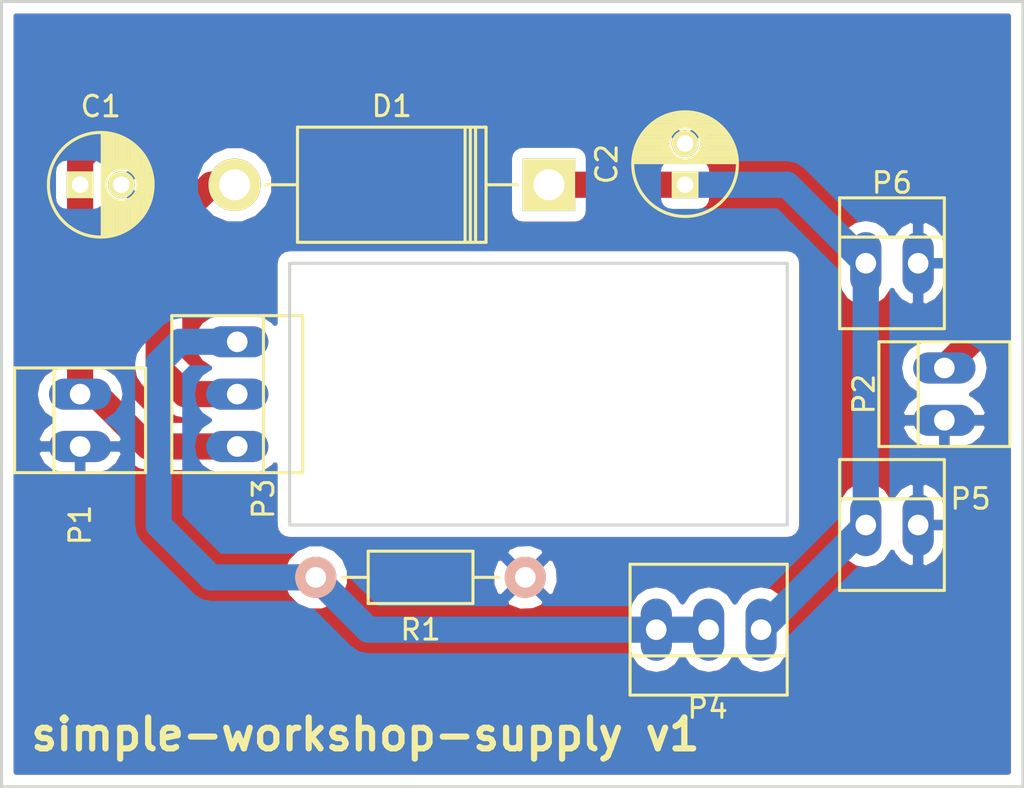
<source format=kicad_pcb>
(kicad_pcb (version 4) (host pcbnew "(2015-09-05 BZR 6156)-product")

  (general
    (links 17)
    (no_connects 0)
    (area 109.144999 86.284999 158.825001 124.535001)
    (thickness 1.6)
    (drawings 9)
    (tracks 31)
    (zones 0)
    (modules 10)
    (nets 6)
  )

  (page A4)
  (layers
    (0 F.Cu signal)
    (31 B.Cu signal)
    (32 B.Adhes user)
    (33 F.Adhes user)
    (34 B.Paste user)
    (35 F.Paste user)
    (36 B.SilkS user)
    (37 F.SilkS user)
    (38 B.Mask user)
    (39 F.Mask user)
    (40 Dwgs.User user)
    (41 Cmts.User user)
    (42 Eco1.User user)
    (43 Eco2.User user)
    (44 Edge.Cuts user)
    (45 Margin user)
    (46 B.CrtYd user)
    (47 F.CrtYd user)
    (48 B.Fab user)
    (49 F.Fab user)
  )

  (setup
    (last_trace_width 0.25)
    (user_trace_width 1.27)
    (user_trace_width 2.54)
    (trace_clearance 0.2)
    (zone_clearance 0.508)
    (zone_45_only no)
    (trace_min 0.2)
    (segment_width 0.2)
    (edge_width 0.15)
    (via_size 0.6)
    (via_drill 0.4)
    (via_min_size 0.4)
    (via_min_drill 0.3)
    (uvia_size 0.3)
    (uvia_drill 0.1)
    (uvias_allowed no)
    (uvia_min_size 0.2)
    (uvia_min_drill 0.1)
    (pcb_text_width 0.3)
    (pcb_text_size 1.5 1.5)
    (mod_edge_width 0.15)
    (mod_text_size 1 1)
    (mod_text_width 0.15)
    (pad_size 1.524 1.524)
    (pad_drill 0.762)
    (pad_to_mask_clearance 0.2)
    (aux_axis_origin 0 0)
    (grid_origin 135.89 105.41)
    (visible_elements FFFFFF7F)
    (pcbplotparams
      (layerselection 0x01030_80000001)
      (usegerberextensions false)
      (excludeedgelayer true)
      (linewidth 0.100000)
      (plotframeref false)
      (viasonmask false)
      (mode 1)
      (useauxorigin false)
      (hpglpennumber 1)
      (hpglpenspeed 20)
      (hpglpendiameter 15)
      (hpglpenoverlay 2)
      (psnegative false)
      (psa4output false)
      (plotreference true)
      (plotvalue true)
      (plotinvisibletext false)
      (padsonsilk false)
      (subtractmaskfromsilk false)
      (outputformat 1)
      (mirror false)
      (drillshape 0)
      (scaleselection 1)
      (outputdirectory /home/james/Github/simple-workshop-supply/))
  )

  (net 0 "")
  (net 1 "Net-(C1-Pad1)")
  (net 2 GND)
  (net 3 "Net-(C2-Pad1)")
  (net 4 "Net-(D1-Pad2)")
  (net 5 "Net-(P3-Pad1)")

  (net_class Default "This is the default net class."
    (clearance 0.2)
    (trace_width 0.25)
    (via_dia 0.6)
    (via_drill 0.4)
    (uvia_dia 0.3)
    (uvia_drill 0.1)
    (add_net GND)
    (add_net "Net-(C1-Pad1)")
    (add_net "Net-(C2-Pad1)")
    (add_net "Net-(D1-Pad2)")
    (add_net "Net-(P3-Pad1)")
  )

  (module Capacitors_ThroughHole:C_Radial_D5_L11_P2 (layer F.Cu) (tedit 0) (tstamp 55EB2DDE)
    (at 113.03 95.25)
    (descr "Radial Electrolytic Capacitor 5mm x Length 11mm, Pitch 2mm")
    (tags "Electrolytic Capacitor")
    (path /55EB23BA)
    (fp_text reference C1 (at 1 -3.8) (layer F.SilkS)
      (effects (font (size 1 1) (thickness 0.15)))
    )
    (fp_text value CP (at 1 3.8) (layer F.Fab)
      (effects (font (size 1 1) (thickness 0.15)))
    )
    (fp_line (start 1.075 -2.499) (end 1.075 2.499) (layer F.SilkS) (width 0.15))
    (fp_line (start 1.215 -2.491) (end 1.215 -0.154) (layer F.SilkS) (width 0.15))
    (fp_line (start 1.215 0.154) (end 1.215 2.491) (layer F.SilkS) (width 0.15))
    (fp_line (start 1.355 -2.475) (end 1.355 -0.473) (layer F.SilkS) (width 0.15))
    (fp_line (start 1.355 0.473) (end 1.355 2.475) (layer F.SilkS) (width 0.15))
    (fp_line (start 1.495 -2.451) (end 1.495 -0.62) (layer F.SilkS) (width 0.15))
    (fp_line (start 1.495 0.62) (end 1.495 2.451) (layer F.SilkS) (width 0.15))
    (fp_line (start 1.635 -2.418) (end 1.635 -0.712) (layer F.SilkS) (width 0.15))
    (fp_line (start 1.635 0.712) (end 1.635 2.418) (layer F.SilkS) (width 0.15))
    (fp_line (start 1.775 -2.377) (end 1.775 -0.768) (layer F.SilkS) (width 0.15))
    (fp_line (start 1.775 0.768) (end 1.775 2.377) (layer F.SilkS) (width 0.15))
    (fp_line (start 1.915 -2.327) (end 1.915 -0.795) (layer F.SilkS) (width 0.15))
    (fp_line (start 1.915 0.795) (end 1.915 2.327) (layer F.SilkS) (width 0.15))
    (fp_line (start 2.055 -2.266) (end 2.055 -0.798) (layer F.SilkS) (width 0.15))
    (fp_line (start 2.055 0.798) (end 2.055 2.266) (layer F.SilkS) (width 0.15))
    (fp_line (start 2.195 -2.196) (end 2.195 -0.776) (layer F.SilkS) (width 0.15))
    (fp_line (start 2.195 0.776) (end 2.195 2.196) (layer F.SilkS) (width 0.15))
    (fp_line (start 2.335 -2.114) (end 2.335 -0.726) (layer F.SilkS) (width 0.15))
    (fp_line (start 2.335 0.726) (end 2.335 2.114) (layer F.SilkS) (width 0.15))
    (fp_line (start 2.475 -2.019) (end 2.475 -0.644) (layer F.SilkS) (width 0.15))
    (fp_line (start 2.475 0.644) (end 2.475 2.019) (layer F.SilkS) (width 0.15))
    (fp_line (start 2.615 -1.908) (end 2.615 -0.512) (layer F.SilkS) (width 0.15))
    (fp_line (start 2.615 0.512) (end 2.615 1.908) (layer F.SilkS) (width 0.15))
    (fp_line (start 2.755 -1.78) (end 2.755 -0.265) (layer F.SilkS) (width 0.15))
    (fp_line (start 2.755 0.265) (end 2.755 1.78) (layer F.SilkS) (width 0.15))
    (fp_line (start 2.895 -1.631) (end 2.895 1.631) (layer F.SilkS) (width 0.15))
    (fp_line (start 3.035 -1.452) (end 3.035 1.452) (layer F.SilkS) (width 0.15))
    (fp_line (start 3.175 -1.233) (end 3.175 1.233) (layer F.SilkS) (width 0.15))
    (fp_line (start 3.315 -0.944) (end 3.315 0.944) (layer F.SilkS) (width 0.15))
    (fp_line (start 3.455 -0.472) (end 3.455 0.472) (layer F.SilkS) (width 0.15))
    (fp_circle (center 2 0) (end 2 -0.8) (layer F.SilkS) (width 0.15))
    (fp_circle (center 1 0) (end 1 -2.5375) (layer F.SilkS) (width 0.15))
    (fp_circle (center 1 0) (end 1 -2.8) (layer F.CrtYd) (width 0.05))
    (pad 1 thru_hole rect (at 0 0) (size 1.3 1.3) (drill 0.8) (layers *.Cu *.Mask F.SilkS)
      (net 1 "Net-(C1-Pad1)"))
    (pad 2 thru_hole circle (at 2 0) (size 1.3 1.3) (drill 0.8) (layers *.Cu *.Mask F.SilkS)
      (net 2 GND))
    (model Capacitors_ThroughHole.3dshapes/C_Radial_D5_L11_P2.wrl
      (at (xyz 0 0 0))
      (scale (xyz 1 1 1))
      (rotate (xyz 0 0 0))
    )
  )

  (module Capacitors_ThroughHole:C_Radial_D5_L11_P2 (layer F.Cu) (tedit 0) (tstamp 55EB2DE4)
    (at 142.367 95.25 90)
    (descr "Radial Electrolytic Capacitor 5mm x Length 11mm, Pitch 2mm")
    (tags "Electrolytic Capacitor")
    (path /55EB2422)
    (fp_text reference C2 (at 1 -3.8 90) (layer F.SilkS)
      (effects (font (size 1 1) (thickness 0.15)))
    )
    (fp_text value CP (at 4.953 0 90) (layer F.Fab)
      (effects (font (size 1 1) (thickness 0.15)))
    )
    (fp_line (start 1.075 -2.499) (end 1.075 2.499) (layer F.SilkS) (width 0.15))
    (fp_line (start 1.215 -2.491) (end 1.215 -0.154) (layer F.SilkS) (width 0.15))
    (fp_line (start 1.215 0.154) (end 1.215 2.491) (layer F.SilkS) (width 0.15))
    (fp_line (start 1.355 -2.475) (end 1.355 -0.473) (layer F.SilkS) (width 0.15))
    (fp_line (start 1.355 0.473) (end 1.355 2.475) (layer F.SilkS) (width 0.15))
    (fp_line (start 1.495 -2.451) (end 1.495 -0.62) (layer F.SilkS) (width 0.15))
    (fp_line (start 1.495 0.62) (end 1.495 2.451) (layer F.SilkS) (width 0.15))
    (fp_line (start 1.635 -2.418) (end 1.635 -0.712) (layer F.SilkS) (width 0.15))
    (fp_line (start 1.635 0.712) (end 1.635 2.418) (layer F.SilkS) (width 0.15))
    (fp_line (start 1.775 -2.377) (end 1.775 -0.768) (layer F.SilkS) (width 0.15))
    (fp_line (start 1.775 0.768) (end 1.775 2.377) (layer F.SilkS) (width 0.15))
    (fp_line (start 1.915 -2.327) (end 1.915 -0.795) (layer F.SilkS) (width 0.15))
    (fp_line (start 1.915 0.795) (end 1.915 2.327) (layer F.SilkS) (width 0.15))
    (fp_line (start 2.055 -2.266) (end 2.055 -0.798) (layer F.SilkS) (width 0.15))
    (fp_line (start 2.055 0.798) (end 2.055 2.266) (layer F.SilkS) (width 0.15))
    (fp_line (start 2.195 -2.196) (end 2.195 -0.776) (layer F.SilkS) (width 0.15))
    (fp_line (start 2.195 0.776) (end 2.195 2.196) (layer F.SilkS) (width 0.15))
    (fp_line (start 2.335 -2.114) (end 2.335 -0.726) (layer F.SilkS) (width 0.15))
    (fp_line (start 2.335 0.726) (end 2.335 2.114) (layer F.SilkS) (width 0.15))
    (fp_line (start 2.475 -2.019) (end 2.475 -0.644) (layer F.SilkS) (width 0.15))
    (fp_line (start 2.475 0.644) (end 2.475 2.019) (layer F.SilkS) (width 0.15))
    (fp_line (start 2.615 -1.908) (end 2.615 -0.512) (layer F.SilkS) (width 0.15))
    (fp_line (start 2.615 0.512) (end 2.615 1.908) (layer F.SilkS) (width 0.15))
    (fp_line (start 2.755 -1.78) (end 2.755 -0.265) (layer F.SilkS) (width 0.15))
    (fp_line (start 2.755 0.265) (end 2.755 1.78) (layer F.SilkS) (width 0.15))
    (fp_line (start 2.895 -1.631) (end 2.895 1.631) (layer F.SilkS) (width 0.15))
    (fp_line (start 3.035 -1.452) (end 3.035 1.452) (layer F.SilkS) (width 0.15))
    (fp_line (start 3.175 -1.233) (end 3.175 1.233) (layer F.SilkS) (width 0.15))
    (fp_line (start 3.315 -0.944) (end 3.315 0.944) (layer F.SilkS) (width 0.15))
    (fp_line (start 3.455 -0.472) (end 3.455 0.472) (layer F.SilkS) (width 0.15))
    (fp_circle (center 2 0) (end 2 -0.8) (layer F.SilkS) (width 0.15))
    (fp_circle (center 1 0) (end 1 -2.5375) (layer F.SilkS) (width 0.15))
    (fp_circle (center 1 0) (end 1 -2.8) (layer F.CrtYd) (width 0.05))
    (pad 1 thru_hole rect (at 0 0 90) (size 1.3 1.3) (drill 0.8) (layers *.Cu *.Mask F.SilkS)
      (net 3 "Net-(C2-Pad1)"))
    (pad 2 thru_hole circle (at 2 0 90) (size 1.3 1.3) (drill 0.8) (layers *.Cu *.Mask F.SilkS)
      (net 2 GND))
    (model Capacitors_ThroughHole.3dshapes/C_Radial_D5_L11_P2.wrl
      (at (xyz 0 0 0))
      (scale (xyz 1 1 1))
      (rotate (xyz 0 0 0))
    )
  )

  (module Diodes_ThroughHole:Diode_DO-201AD_Horizontal_RM15 (layer F.Cu) (tedit 56059DB5) (tstamp 55EB2DEA)
    (at 135.76422 95.24704 180)
    (descr "Diode DO-201AD Horizontal")
    (tags "Diode DO-201AD Horizontal SB320 SB340 SB360")
    (path /55EB24B4)
    (fp_text reference D1 (at 7.62 3.81 180) (layer F.SilkS)
      (effects (font (size 1 1) (thickness 0.15)))
    )
    (fp_text value D_Schottky (at 7.49422 -0.00296 180) (layer F.Fab)
      (effects (font (size 1 1) (thickness 0.15)))
    )
    (fp_line (start 12.19322 -0.00296) (end 13.71722 -0.00296) (layer F.SilkS) (width 0.15))
    (fp_line (start 3.04922 -0.00296) (end 1.52522 -0.00296) (layer F.SilkS) (width 0.15))
    (fp_line (start 4.06522 -2.79696) (end 4.06522 2.79104) (layer F.SilkS) (width 0.15))
    (fp_line (start 3.81122 -2.79696) (end 3.81122 2.79104) (layer F.SilkS) (width 0.15))
    (fp_line (start 3.55722 -2.79696) (end 3.55722 2.79104) (layer F.SilkS) (width 0.15))
    (fp_line (start 3.04922 2.79104) (end 3.04922 -2.79696) (layer F.SilkS) (width 0.15))
    (fp_line (start 3.04922 -2.79696) (end 12.19322 -2.79696) (layer F.SilkS) (width 0.15))
    (fp_line (start 12.19322 -2.79696) (end 12.19322 2.79104) (layer F.SilkS) (width 0.15))
    (fp_line (start 12.19322 2.79104) (end 3.04922 2.79104) (layer F.SilkS) (width 0.15))
    (pad 2 thru_hole circle (at 15.24122 -0.00296) (size 2.54 2.54) (drill 1.50114) (layers *.Cu *.Mask F.SilkS)
      (net 4 "Net-(D1-Pad2)"))
    (pad 1 thru_hole rect (at 0.00122 -0.00296) (size 2.54 2.54) (drill 1.50114) (layers *.Cu *.Mask F.SilkS)
      (net 3 "Net-(C2-Pad1)"))
  )

  (module Connect:PINHEAD1-2 (layer F.Cu) (tedit 55EB36ED) (tstamp 55EB2DF0)
    (at 113.03 106.68 90)
    (path /55EB20B6)
    (attr virtual)
    (fp_text reference P1 (at -5.08 0 90) (layer F.SilkS)
      (effects (font (size 1 1) (thickness 0.15)))
    )
    (fp_text value IN (at 3.81 0 180) (layer F.Fab)
      (effects (font (size 1 1) (thickness 0.15)))
    )
    (fp_line (start 2.54 -1.27) (end -2.54 -1.27) (layer F.SilkS) (width 0.15))
    (fp_line (start 2.54 3.175) (end -2.54 3.175) (layer F.SilkS) (width 0.15))
    (fp_line (start -2.54 -3.175) (end 2.54 -3.175) (layer F.SilkS) (width 0.15))
    (fp_line (start -2.54 -3.175) (end -2.54 3.175) (layer F.SilkS) (width 0.15))
    (fp_line (start 2.54 -3.175) (end 2.54 3.175) (layer F.SilkS) (width 0.15))
    (pad 1 thru_hole oval (at -1.27 0 90) (size 1.50622 3.01498) (drill 0.99822) (layers *.Cu *.Mask)
      (net 2 GND))
    (pad 2 thru_hole oval (at 1.27 0 90) (size 1.50622 3.01498) (drill 0.99822) (layers *.Cu *.Mask)
      (net 1 "Net-(C1-Pad1)"))
  )

  (module Connect:PINHEAD1-2 (layer F.Cu) (tedit 55EB3705) (tstamp 55EB2DF6)
    (at 154.94 105.41 90)
    (path /55EB21B6)
    (attr virtual)
    (fp_text reference P2 (at 0 -3.9 90) (layer F.SilkS)
      (effects (font (size 1 1) (thickness 0.15)))
    )
    (fp_text value OUT (at 3.81 0 180) (layer F.Fab)
      (effects (font (size 1 1) (thickness 0.15)))
    )
    (fp_line (start 2.54 -1.27) (end -2.54 -1.27) (layer F.SilkS) (width 0.15))
    (fp_line (start 2.54 3.175) (end -2.54 3.175) (layer F.SilkS) (width 0.15))
    (fp_line (start -2.54 -3.175) (end 2.54 -3.175) (layer F.SilkS) (width 0.15))
    (fp_line (start -2.54 -3.175) (end -2.54 3.175) (layer F.SilkS) (width 0.15))
    (fp_line (start 2.54 -3.175) (end 2.54 3.175) (layer F.SilkS) (width 0.15))
    (pad 1 thru_hole oval (at -1.27 0 90) (size 1.50622 3.01498) (drill 0.99822) (layers *.Cu *.Mask)
      (net 2 GND))
    (pad 2 thru_hole oval (at 1.27 0 90) (size 1.50622 3.01498) (drill 0.99822) (layers *.Cu *.Mask)
      (net 1 "Net-(C1-Pad1)"))
  )

  (module Connect:PINHEAD1-3 (layer F.Cu) (tedit 56144142) (tstamp 55EB2DFD)
    (at 120.65 105.41 270)
    (path /55EB2284)
    (attr virtual)
    (fp_text reference P3 (at 5.08 -1.27 270) (layer F.SilkS)
      (effects (font (size 1 1) (thickness 0.15)))
    )
    (fp_text value REG (at 5.08 0 360) (layer F.Fab)
      (effects (font (size 1 1) (thickness 0.15)))
    )
    (fp_line (start -3.81 -3.175) (end -3.81 3.175) (layer F.SilkS) (width 0.15))
    (fp_line (start 3.81 -3.175) (end 3.81 3.175) (layer F.SilkS) (width 0.15))
    (fp_line (start 3.81 -1.27) (end -3.81 -1.27) (layer F.SilkS) (width 0.15))
    (fp_line (start -3.81 -3.175) (end 3.81 -3.175) (layer F.SilkS) (width 0.15))
    (fp_line (start 3.81 3.175) (end -3.81 3.175) (layer F.SilkS) (width 0.15))
    (pad 1 thru_hole oval (at -2.54 0 270) (size 1.50622 3.01498) (drill 0.99822) (layers *.Cu *.Mask)
      (net 5 "Net-(P3-Pad1)"))
    (pad 2 thru_hole oval (at 0 0 270) (size 1.50622 3.01498) (drill 0.99822) (layers *.Cu *.Mask)
      (net 4 "Net-(D1-Pad2)"))
    (pad 3 thru_hole oval (at 2.54 0 270) (size 1.50622 3.01498) (drill 0.99822) (layers *.Cu *.Mask)
      (net 1 "Net-(C1-Pad1)"))
  )

  (module Connect:PINHEAD1-3 (layer F.Cu) (tedit 0) (tstamp 55EB2E04)
    (at 143.51 116.84 180)
    (path /55EB237D)
    (attr virtual)
    (fp_text reference P4 (at 0.05 -3.8 180) (layer F.SilkS)
      (effects (font (size 1 1) (thickness 0.15)))
    )
    (fp_text value VR (at 0 3.81 180) (layer F.Fab)
      (effects (font (size 1 1) (thickness 0.15)))
    )
    (fp_line (start -3.81 -3.175) (end -3.81 3.175) (layer F.SilkS) (width 0.15))
    (fp_line (start 3.81 -3.175) (end 3.81 3.175) (layer F.SilkS) (width 0.15))
    (fp_line (start 3.81 -1.27) (end -3.81 -1.27) (layer F.SilkS) (width 0.15))
    (fp_line (start -3.81 -3.175) (end 3.81 -3.175) (layer F.SilkS) (width 0.15))
    (fp_line (start 3.81 3.175) (end -3.81 3.175) (layer F.SilkS) (width 0.15))
    (pad 1 thru_hole oval (at -2.54 0 180) (size 1.50622 3.01498) (drill 0.99822) (layers *.Cu *.Mask)
      (net 3 "Net-(C2-Pad1)"))
    (pad 2 thru_hole oval (at 0 0 180) (size 1.50622 3.01498) (drill 0.99822) (layers *.Cu *.Mask)
      (net 5 "Net-(P3-Pad1)"))
    (pad 3 thru_hole oval (at 2.54 0 180) (size 1.50622 3.01498) (drill 0.99822) (layers *.Cu *.Mask)
      (net 5 "Net-(P3-Pad1)"))
  )

  (module Connect:PINHEAD1-2 (layer F.Cu) (tedit 561443B6) (tstamp 55EB2E0A)
    (at 152.4 111.76)
    (path /55EB20FD)
    (attr virtual)
    (fp_text reference P5 (at 3.81 -1.27) (layer F.SilkS)
      (effects (font (size 1 1) (thickness 0.15)))
    )
    (fp_text value DISP (at -3.81 0 90) (layer F.Fab)
      (effects (font (size 1 1) (thickness 0.15)))
    )
    (fp_line (start 2.54 -1.27) (end -2.54 -1.27) (layer F.SilkS) (width 0.15))
    (fp_line (start 2.54 3.175) (end -2.54 3.175) (layer F.SilkS) (width 0.15))
    (fp_line (start -2.54 -3.175) (end 2.54 -3.175) (layer F.SilkS) (width 0.15))
    (fp_line (start -2.54 -3.175) (end -2.54 3.175) (layer F.SilkS) (width 0.15))
    (fp_line (start 2.54 -3.175) (end 2.54 3.175) (layer F.SilkS) (width 0.15))
    (pad 1 thru_hole oval (at -1.27 0) (size 1.50622 3.01498) (drill 0.99822) (layers *.Cu *.Mask)
      (net 3 "Net-(C2-Pad1)"))
    (pad 2 thru_hole oval (at 1.27 0) (size 1.50622 3.01498) (drill 0.99822) (layers *.Cu *.Mask)
      (net 2 GND))
  )

  (module Connect:PINHEAD1-2 (layer F.Cu) (tedit 55EB3716) (tstamp 55EB2E10)
    (at 152.4 99.06)
    (path /55EB2205)
    (attr virtual)
    (fp_text reference P6 (at 0 -3.9) (layer F.SilkS)
      (effects (font (size 1 1) (thickness 0.15)))
    )
    (fp_text value VAR (at -3.81 0 90) (layer F.Fab)
      (effects (font (size 1 1) (thickness 0.15)))
    )
    (fp_line (start 2.54 -1.27) (end -2.54 -1.27) (layer F.SilkS) (width 0.15))
    (fp_line (start 2.54 3.175) (end -2.54 3.175) (layer F.SilkS) (width 0.15))
    (fp_line (start -2.54 -3.175) (end 2.54 -3.175) (layer F.SilkS) (width 0.15))
    (fp_line (start -2.54 -3.175) (end -2.54 3.175) (layer F.SilkS) (width 0.15))
    (fp_line (start 2.54 -3.175) (end 2.54 3.175) (layer F.SilkS) (width 0.15))
    (pad 1 thru_hole oval (at -1.27 0) (size 1.50622 3.01498) (drill 0.99822) (layers *.Cu *.Mask)
      (net 3 "Net-(C2-Pad1)"))
    (pad 2 thru_hole oval (at 1.27 0) (size 1.50622 3.01498) (drill 0.99822) (layers *.Cu *.Mask)
      (net 2 GND))
  )

  (module Resistors_ThroughHole:Resistor_Horizontal_RM10mm (layer F.Cu) (tedit 56144123) (tstamp 55EB2E16)
    (at 129.54 114.3)
    (descr "Resistor, Axial,  RM 10mm, 1/3W,")
    (tags "Resistor, Axial, RM 10mm, 1/3W,")
    (path /55EB24DF)
    (fp_text reference R1 (at 0 2.54) (layer F.SilkS)
      (effects (font (size 1 1) (thickness 0.15)))
    )
    (fp_text value R (at 0 5.08) (layer F.Fab)
      (effects (font (size 1 1) (thickness 0.15)))
    )
    (fp_line (start -2.54 -1.27) (end 2.54 -1.27) (layer F.SilkS) (width 0.15))
    (fp_line (start 2.54 -1.27) (end 2.54 1.27) (layer F.SilkS) (width 0.15))
    (fp_line (start 2.54 1.27) (end -2.54 1.27) (layer F.SilkS) (width 0.15))
    (fp_line (start -2.54 1.27) (end -2.54 -1.27) (layer F.SilkS) (width 0.15))
    (fp_line (start -2.54 0) (end -3.81 0) (layer F.SilkS) (width 0.15))
    (fp_line (start 2.54 0) (end 3.81 0) (layer F.SilkS) (width 0.15))
    (pad 1 thru_hole circle (at -5.08 0) (size 1.99898 1.99898) (drill 1.00076) (layers *.Cu *.SilkS *.Mask)
      (net 5 "Net-(P3-Pad1)"))
    (pad 2 thru_hole circle (at 5.08 0) (size 1.99898 1.99898) (drill 1.00076) (layers *.Cu *.SilkS *.Mask)
      (net 2 GND))
    (model Resistors_ThroughHole.3dshapes/Resistor_Horizontal_RM10mm.wrl
      (at (xyz 0 0 0))
      (scale (xyz 0.4 0.4 0.4))
      (rotate (xyz 0 0 0))
    )
  )

  (gr_line (start 109.22 86.36) (end 158.75 86.36) (angle 90) (layer Edge.Cuts) (width 0.15))
  (gr_line (start 158.75 124.46) (end 158.75 86.36) (angle 90) (layer Edge.Cuts) (width 0.15))
  (gr_text "simple-workshop-supply v1" (at 110.49 121.92) (layer F.SilkS)
    (effects (font (size 1.5 1.5) (thickness 0.3)) (justify left))
  )
  (gr_line (start 147.32 99.06) (end 123.19 99.06) (layer Edge.Cuts) (width 0.15))
  (gr_line (start 147.32 111.76) (end 147.32 99.06) (layer Edge.Cuts) (width 0.15))
  (gr_line (start 123.19 111.76) (end 147.32 111.76) (layer Edge.Cuts) (width 0.15))
  (gr_line (start 123.19 99.06) (end 123.19 111.633) (layer Edge.Cuts) (width 0.15))
  (gr_line (start 109.22 124.46) (end 158.75 124.46) (angle 90) (layer Edge.Cuts) (width 0.15))
  (gr_line (start 109.22 86.36) (end 109.22 124.46) (angle 90) (layer Edge.Cuts) (width 0.15))

  (segment (start 154.94 104.14) (end 156.21 102.87) (width 1.27) (layer F.Cu) (net 1) (status 10))
  (segment (start 156.21 102.87) (end 156.21 93.98) (width 1.27) (layer F.Cu) (net 1) (tstamp 561443E5) (status 10))
  (segment (start 113.03 93.98) (end 113.03 95.25) (width 1.27) (layer F.Cu) (net 1))
  (segment (start 116.205 90.805) (end 113.03 93.98) (width 1.27) (layer F.Cu) (net 1))
  (segment (start 153.035 90.805) (end 116.205 90.805) (width 1.27) (layer F.Cu) (net 1))
  (segment (start 156.21 93.98) (end 153.035 90.805) (width 1.27) (layer F.Cu) (net 1))
  (segment (start 120.65 107.95) (end 116.32438 107.95) (width 1.27) (layer F.Cu) (net 1))
  (segment (start 116.32438 107.95) (end 113.78438 105.41) (width 1.27) (layer F.Cu) (net 1))
  (segment (start 113.78438 105.41) (end 113.03 105.41) (width 1.27) (layer F.Cu) (net 1))
  (segment (start 113.03 104.14) (end 113.03 105.41) (width 1.27) (layer F.Cu) (net 1))
  (segment (start 113.03 104.14) (end 113.03 95.25) (width 1.27) (layer F.Cu) (net 1) (status 30))
  (segment (start 142.367 95.25) (end 147.32 95.25) (width 1.27) (layer B.Cu) (net 3))
  (segment (start 147.32 95.25) (end 151.13 99.06) (width 1.27) (layer B.Cu) (net 3) (tstamp 5606D861))
  (segment (start 151.13 111.76) (end 151.13 99.06) (width 1.27) (layer B.Cu) (net 3))
  (segment (start 146.05 116.84) (end 151.13 111.76) (width 1.27) (layer B.Cu) (net 3))
  (segment (start 135.763 95.25) (end 142.367 95.25) (width 1.27) (layer F.Cu) (net 3))
  (segment (start 116.84 104.14) (end 116.84 97.79) (width 1.27) (layer F.Cu) (net 4))
  (segment (start 118.11 105.41) (end 116.84 104.14) (width 1.27) (layer F.Cu) (net 4) (tstamp 56059F1E))
  (segment (start 120.65 105.41) (end 118.11 105.41) (width 1.27) (layer F.Cu) (net 4))
  (segment (start 116.84 97.79) (end 119.38 95.25) (width 1.27) (layer F.Cu) (net 4) (tstamp 56059F21))
  (segment (start 120.523 95.25) (end 119.38 95.25) (width 1.27) (layer F.Cu) (net 4))
  (segment (start 124.46 114.3) (end 127 116.84) (width 1.27) (layer B.Cu) (net 5))
  (segment (start 127 116.84) (end 140.97 116.84) (width 1.27) (layer B.Cu) (net 5) (tstamp 5606D829))
  (segment (start 143.51 116.84) (end 140.97 116.84) (width 1.27) (layer B.Cu) (net 5))
  (segment (start 120.65 102.87) (end 117.87251 102.87) (width 1.27) (layer B.Cu) (net 5))
  (segment (start 117.87251 102.87) (end 116.84 103.90251) (width 1.27) (layer B.Cu) (net 5))
  (segment (start 116.84 103.90251) (end 116.84 111.76) (width 1.27) (layer B.Cu) (net 5))
  (segment (start 119.38 114.3) (end 124.46 114.3) (width 1.27) (layer B.Cu) (net 5))
  (segment (start 116.84 111.76) (end 119.38 114.3) (width 1.27) (layer B.Cu) (net 5))
  (segment (start 120.65 102.87) (end 119.89562 102.87) (width 1.27) (layer B.Cu) (net 5))
  (segment (start 120.64878 102.86878) (end 120.65 102.87) (width 1.27) (layer F.Cu) (net 5) (tstamp 55EB3795) (status 30))

  (zone (net 2) (net_name GND) (layer F.Cu) (tstamp 55EB325E) (hatch edge 0.508)
    (connect_pads (clearance 0.508))
    (min_thickness 0.254)
    (fill yes (arc_segments 16) (thermal_gap 0.508) (thermal_bridge_width 0.508))
    (polygon
      (pts
        (xy 158.75 124.46) (xy 109.22 124.46) (xy 109.22 86.36) (xy 158.75 86.36) (xy 158.75 124.46)
      )
    )
    (filled_polygon
      (pts
        (xy 158.04 123.75) (xy 109.93 123.75) (xy 109.93 116.043646) (xy 139.58189 116.043646) (xy 139.58189 117.636354)
        (xy 139.687554 118.167561) (xy 139.988458 118.617896) (xy 140.438793 118.9188) (xy 140.97 119.024464) (xy 141.501207 118.9188)
        (xy 141.951542 118.617896) (xy 142.24 118.186188) (xy 142.528458 118.617896) (xy 142.978793 118.9188) (xy 143.51 119.024464)
        (xy 144.041207 118.9188) (xy 144.491542 118.617896) (xy 144.78 118.186188) (xy 145.068458 118.617896) (xy 145.518793 118.9188)
        (xy 146.05 119.024464) (xy 146.581207 118.9188) (xy 147.031542 118.617896) (xy 147.332446 118.167561) (xy 147.43811 117.636354)
        (xy 147.43811 116.043646) (xy 147.332446 115.512439) (xy 147.031542 115.062104) (xy 146.581207 114.7612) (xy 146.05 114.655536)
        (xy 145.518793 114.7612) (xy 145.068458 115.062104) (xy 144.78 115.493812) (xy 144.491542 115.062104) (xy 144.041207 114.7612)
        (xy 143.51 114.655536) (xy 142.978793 114.7612) (xy 142.528458 115.062104) (xy 142.24 115.493812) (xy 141.951542 115.062104)
        (xy 141.501207 114.7612) (xy 140.97 114.655536) (xy 140.438793 114.7612) (xy 139.988458 115.062104) (xy 139.687554 115.512439)
        (xy 139.58189 116.043646) (xy 109.93 116.043646) (xy 109.93 114.623694) (xy 122.825226 114.623694) (xy 123.073538 115.224655)
        (xy 123.532927 115.684846) (xy 124.133453 115.934206) (xy 124.783694 115.934774) (xy 125.384655 115.686462) (xy 125.619363 115.452163)
        (xy 133.647443 115.452163) (xy 133.746042 115.718965) (xy 134.355582 115.945401) (xy 135.005377 115.921341) (xy 135.493958 115.718965)
        (xy 135.592557 115.452163) (xy 134.62 114.479605) (xy 133.647443 115.452163) (xy 125.619363 115.452163) (xy 125.844846 115.227073)
        (xy 126.094206 114.626547) (xy 126.094722 114.035582) (xy 132.974599 114.035582) (xy 132.998659 114.685377) (xy 133.201035 115.173958)
        (xy 133.467837 115.272557) (xy 134.440395 114.3) (xy 134.799605 114.3) (xy 135.772163 115.272557) (xy 136.038965 115.173958)
        (xy 136.265401 114.564418) (xy 136.241341 113.914623) (xy 136.038965 113.426042) (xy 135.772163 113.327443) (xy 134.799605 114.3)
        (xy 134.440395 114.3) (xy 133.467837 113.327443) (xy 133.201035 113.426042) (xy 132.974599 114.035582) (xy 126.094722 114.035582)
        (xy 126.094774 113.976306) (xy 125.846462 113.375345) (xy 125.619351 113.147837) (xy 133.647443 113.147837) (xy 134.62 114.120395)
        (xy 135.592557 113.147837) (xy 135.493958 112.881035) (xy 134.884418 112.654599) (xy 134.234623 112.678659) (xy 133.746042 112.881035)
        (xy 133.647443 113.147837) (xy 125.619351 113.147837) (xy 125.387073 112.915154) (xy 124.786547 112.665794) (xy 124.136306 112.665226)
        (xy 123.535345 112.913538) (xy 123.075154 113.372927) (xy 122.825794 113.973453) (xy 122.825226 114.623694) (xy 109.93 114.623694)
        (xy 109.93 108.291674) (xy 110.930217 108.291674) (xy 110.944573 108.363875) (xy 111.204276 108.84174) (xy 111.627081 109.183846)
        (xy 112.14862 109.33811) (xy 112.903 109.33811) (xy 112.903 108.077) (xy 111.052838 108.077) (xy 110.930217 108.291674)
        (xy 109.93 108.291674) (xy 109.93 105.41) (xy 110.845536 105.41) (xy 110.9512 105.941207) (xy 111.252104 106.391542)
        (xy 111.702439 106.692446) (xy 111.705306 106.693016) (xy 111.627081 106.716154) (xy 111.204276 107.05826) (xy 110.944573 107.536125)
        (xy 110.930217 107.608326) (xy 111.052838 107.823) (xy 112.903 107.823) (xy 112.903 107.803) (xy 113.157 107.803)
        (xy 113.157 107.823) (xy 113.177 107.823) (xy 113.177 108.077) (xy 113.157 108.077) (xy 113.157 109.33811)
        (xy 113.91138 109.33811) (xy 114.432919 109.183846) (xy 114.855724 108.84174) (xy 115.054434 108.476105) (xy 115.426352 108.848023)
        (xy 115.426354 108.848026) (xy 115.838372 109.123327) (xy 116.32438 109.22) (xy 119.303812 109.22) (xy 119.322439 109.232446)
        (xy 119.853646 109.33811) (xy 121.446354 109.33811) (xy 121.977561 109.232446) (xy 122.427896 108.931542) (xy 122.48 108.853563)
        (xy 122.48 111.633) (xy 122.492631 111.6965) (xy 122.48 111.76) (xy 122.534046 112.031705) (xy 122.687954 112.262046)
        (xy 122.918295 112.415954) (xy 123.19 112.47) (xy 147.32 112.47) (xy 147.591705 112.415954) (xy 147.822046 112.262046)
        (xy 147.975954 112.031705) (xy 148.03 111.76) (xy 148.03 110.963646) (xy 149.74189 110.963646) (xy 149.74189 112.556354)
        (xy 149.847554 113.087561) (xy 150.148458 113.537896) (xy 150.598793 113.8388) (xy 151.13 113.944464) (xy 151.661207 113.8388)
        (xy 152.111542 113.537896) (xy 152.412446 113.087561) (xy 152.413016 113.084694) (xy 152.436154 113.162919) (xy 152.77826 113.585724)
        (xy 153.256125 113.845427) (xy 153.328326 113.859783) (xy 153.543 113.737162) (xy 153.543 111.887) (xy 153.797 111.887)
        (xy 153.797 113.737162) (xy 154.011674 113.859783) (xy 154.083875 113.845427) (xy 154.56174 113.585724) (xy 154.903846 113.162919)
        (xy 155.05811 112.64138) (xy 155.05811 111.887) (xy 153.797 111.887) (xy 153.543 111.887) (xy 153.523 111.887)
        (xy 153.523 111.633) (xy 153.543 111.633) (xy 153.543 109.782838) (xy 153.797 109.782838) (xy 153.797 111.633)
        (xy 155.05811 111.633) (xy 155.05811 110.87862) (xy 154.903846 110.357081) (xy 154.56174 109.934276) (xy 154.083875 109.674573)
        (xy 154.011674 109.660217) (xy 153.797 109.782838) (xy 153.543 109.782838) (xy 153.328326 109.660217) (xy 153.256125 109.674573)
        (xy 152.77826 109.934276) (xy 152.436154 110.357081) (xy 152.413016 110.435306) (xy 152.412446 110.432439) (xy 152.111542 109.982104)
        (xy 151.661207 109.6812) (xy 151.13 109.575536) (xy 150.598793 109.6812) (xy 150.148458 109.982104) (xy 149.847554 110.432439)
        (xy 149.74189 110.963646) (xy 148.03 110.963646) (xy 148.03 107.021674) (xy 152.840217 107.021674) (xy 152.854573 107.093875)
        (xy 153.114276 107.57174) (xy 153.537081 107.913846) (xy 154.05862 108.06811) (xy 154.813 108.06811) (xy 154.813 106.807)
        (xy 155.067 106.807) (xy 155.067 108.06811) (xy 155.82138 108.06811) (xy 156.342919 107.913846) (xy 156.765724 107.57174)
        (xy 157.025427 107.093875) (xy 157.039783 107.021674) (xy 156.917162 106.807) (xy 155.067 106.807) (xy 154.813 106.807)
        (xy 152.962838 106.807) (xy 152.840217 107.021674) (xy 148.03 107.021674) (xy 148.03 99.06) (xy 147.975954 98.788295)
        (xy 147.822046 98.557954) (xy 147.591705 98.404046) (xy 147.32 98.35) (xy 123.19 98.35) (xy 122.918295 98.404046)
        (xy 122.687954 98.557954) (xy 122.534046 98.788295) (xy 122.48 99.06) (xy 122.48 101.966437) (xy 122.427896 101.888458)
        (xy 121.977561 101.587554) (xy 121.446354 101.48189) (xy 119.853646 101.48189) (xy 119.322439 101.587554) (xy 118.872104 101.888458)
        (xy 118.5712 102.338793) (xy 118.465536 102.87) (xy 118.5712 103.401207) (xy 118.872104 103.851542) (xy 119.303812 104.14)
        (xy 118.636051 104.14) (xy 118.11 103.613948) (xy 118.11 98.316052) (xy 118.162406 98.263646) (xy 149.74189 98.263646)
        (xy 149.74189 99.856354) (xy 149.847554 100.387561) (xy 150.148458 100.837896) (xy 150.598793 101.1388) (xy 151.13 101.244464)
        (xy 151.661207 101.1388) (xy 152.111542 100.837896) (xy 152.412446 100.387561) (xy 152.413016 100.384694) (xy 152.436154 100.462919)
        (xy 152.77826 100.885724) (xy 153.256125 101.145427) (xy 153.328326 101.159783) (xy 153.543 101.037162) (xy 153.543 99.187)
        (xy 153.523 99.187) (xy 153.523 98.933) (xy 153.543 98.933) (xy 153.543 97.082838) (xy 153.328326 96.960217)
        (xy 153.256125 96.974573) (xy 152.77826 97.234276) (xy 152.436154 97.657081) (xy 152.413016 97.735306) (xy 152.412446 97.732439)
        (xy 152.111542 97.282104) (xy 151.661207 96.9812) (xy 151.13 96.875536) (xy 150.598793 96.9812) (xy 150.148458 97.282104)
        (xy 149.847554 97.732439) (xy 149.74189 98.263646) (xy 118.162406 98.263646) (xy 119.526946 96.899106) (xy 120.14241 97.154668)
        (xy 120.900265 97.15533) (xy 121.600686 96.865922) (xy 122.137039 96.330505) (xy 122.427668 95.63059) (xy 122.42833 94.872735)
        (xy 122.138922 94.172314) (xy 121.946944 93.98) (xy 133.84556 93.98) (xy 133.84556 96.52) (xy 133.889838 96.755317)
        (xy 134.02891 96.971441) (xy 134.24111 97.116431) (xy 134.493 97.16744) (xy 137.033 97.16744) (xy 137.268317 97.123162)
        (xy 137.484441 96.98409) (xy 137.629431 96.77189) (xy 137.68044 96.52) (xy 141.581497 96.52) (xy 141.717 96.54744)
        (xy 143.017 96.54744) (xy 143.252317 96.503162) (xy 143.468441 96.36409) (xy 143.613431 96.15189) (xy 143.66444 95.9)
        (xy 143.66444 94.6) (xy 143.620162 94.364683) (xy 143.48109 94.148559) (xy 143.367671 94.071063) (xy 143.266018 93.96941)
        (xy 143.496611 93.913729) (xy 143.664622 93.430922) (xy 143.635083 92.920572) (xy 143.496611 92.586271) (xy 143.266016 92.53059)
        (xy 142.546605 93.25) (xy 142.560748 93.264142) (xy 142.381142 93.443748) (xy 142.367 93.429605) (xy 142.352858 93.443748)
        (xy 142.173252 93.264142) (xy 142.187395 93.25) (xy 141.467984 92.53059) (xy 141.237389 92.586271) (xy 141.069378 93.069078)
        (xy 141.098917 93.579428) (xy 141.237389 93.913729) (xy 141.467982 93.96941) (xy 141.457392 93.98) (xy 137.68044 93.98)
        (xy 137.636162 93.744683) (xy 137.49709 93.528559) (xy 137.28489 93.383569) (xy 137.033 93.33256) (xy 134.493 93.33256)
        (xy 134.257683 93.376838) (xy 134.041559 93.51591) (xy 133.896569 93.72811) (xy 133.84556 93.98) (xy 121.946944 93.98)
        (xy 121.603505 93.635961) (xy 120.90359 93.345332) (xy 120.145735 93.34467) (xy 119.445314 93.634078) (xy 119.028809 94.049856)
        (xy 118.893992 94.076673) (xy 118.481974 94.351974) (xy 118.481972 94.351977) (xy 115.941974 96.891974) (xy 115.666673 97.303992)
        (xy 115.569999 97.79) (xy 115.57 97.790005) (xy 115.57 104.139995) (xy 115.569999 104.14) (xy 115.666673 104.626008)
        (xy 115.941974 105.038026) (xy 117.211972 106.308023) (xy 117.211974 106.308026) (xy 117.578604 106.553) (xy 117.623992 106.583327)
        (xy 118.11 106.68) (xy 116.850431 106.68) (xy 115.123593 104.953161) (xy 115.1088 104.878793) (xy 114.807896 104.428458)
        (xy 114.357561 104.127554) (xy 114.3 104.116104) (xy 114.3 96.159608) (xy 114.31059 96.149018) (xy 114.366271 96.379611)
        (xy 114.849078 96.547622) (xy 115.359428 96.518083) (xy 115.693729 96.379611) (xy 115.74941 96.149016) (xy 115.03 95.429605)
        (xy 115.015858 95.443748) (xy 114.836252 95.264142) (xy 114.850395 95.25) (xy 115.209605 95.25) (xy 115.929016 95.96941)
        (xy 116.159611 95.913729) (xy 116.327622 95.430922) (xy 116.298083 94.920572) (xy 116.159611 94.586271) (xy 115.929016 94.53059)
        (xy 115.209605 95.25) (xy 114.850395 95.25) (xy 114.836252 95.235858) (xy 115.015858 95.056252) (xy 115.03 95.070395)
        (xy 115.74941 94.350984) (xy 115.693729 94.120389) (xy 115.210922 93.952378) (xy 114.831726 93.974326) (xy 116.731052 92.075)
        (xy 141.81285 92.075) (xy 141.703271 92.120389) (xy 141.64759 92.350984) (xy 142.367 93.070395) (xy 143.08641 92.350984)
        (xy 143.030729 92.120389) (xy 142.900296 92.075) (xy 152.508948 92.075) (xy 154.94 94.506052) (xy 154.94 97.779311)
        (xy 154.903846 97.657081) (xy 154.56174 97.234276) (xy 154.083875 96.974573) (xy 154.011674 96.960217) (xy 153.797 97.082838)
        (xy 153.797 98.933) (xy 153.817 98.933) (xy 153.817 99.187) (xy 153.797 99.187) (xy 153.797 101.037162)
        (xy 154.011674 101.159783) (xy 154.083875 101.145427) (xy 154.56174 100.885724) (xy 154.903846 100.462919) (xy 154.94 100.340689)
        (xy 154.94 102.343949) (xy 154.532058 102.75189) (xy 154.143646 102.75189) (xy 153.612439 102.857554) (xy 153.162104 103.158458)
        (xy 152.8612 103.608793) (xy 152.755536 104.14) (xy 152.8612 104.671207) (xy 153.162104 105.121542) (xy 153.612439 105.422446)
        (xy 153.615306 105.423016) (xy 153.537081 105.446154) (xy 153.114276 105.78826) (xy 152.854573 106.266125) (xy 152.840217 106.338326)
        (xy 152.962838 106.553) (xy 154.813 106.553) (xy 154.813 106.533) (xy 155.067 106.533) (xy 155.067 106.553)
        (xy 156.917162 106.553) (xy 157.039783 106.338326) (xy 157.025427 106.266125) (xy 156.765724 105.78826) (xy 156.342919 105.446154)
        (xy 156.264694 105.423016) (xy 156.267561 105.422446) (xy 156.717896 105.121542) (xy 157.0188 104.671207) (xy 157.124464 104.14)
        (xy 157.060022 103.816029) (xy 157.108023 103.768028) (xy 157.108026 103.768026) (xy 157.383327 103.356008) (xy 157.48 102.87)
        (xy 157.48 93.980005) (xy 157.480001 93.98) (xy 157.383327 93.493992) (xy 157.108026 93.081974) (xy 153.933026 89.906974)
        (xy 153.521008 89.631673) (xy 153.035 89.534999) (xy 153.034995 89.535) (xy 116.205005 89.535) (xy 116.205 89.534999)
        (xy 115.718992 89.631673) (xy 115.306974 89.906974) (xy 112.131974 93.081974) (xy 111.856673 93.493992) (xy 111.759999 93.98)
        (xy 111.76 93.980005) (xy 111.76 94.464497) (xy 111.73256 94.6) (xy 111.73256 95.9) (xy 111.76 96.045831)
        (xy 111.76 104.116104) (xy 111.702439 104.127554) (xy 111.252104 104.428458) (xy 110.9512 104.878793) (xy 110.845536 105.41)
        (xy 109.93 105.41) (xy 109.93 87.07) (xy 158.04 87.07)
      )
    )
  )
  (zone (net 2) (net_name GND) (layer B.Cu) (tstamp 55EB3292) (hatch edge 0.508)
    (connect_pads (clearance 0.508))
    (min_thickness 0.254)
    (fill yes (arc_segments 16) (thermal_gap 0.508) (thermal_bridge_width 0.508))
    (polygon
      (pts
        (xy 158.75 124.46) (xy 109.22 124.46) (xy 109.22 86.36) (xy 158.75 86.36) (xy 158.75 124.46)
      )
    )
    (filled_polygon
      (pts
        (xy 158.04 123.75) (xy 109.93 123.75) (xy 109.93 108.291674) (xy 110.930217 108.291674) (xy 110.944573 108.363875)
        (xy 111.204276 108.84174) (xy 111.627081 109.183846) (xy 112.14862 109.33811) (xy 112.903 109.33811) (xy 112.903 108.077)
        (xy 113.157 108.077) (xy 113.157 109.33811) (xy 113.91138 109.33811) (xy 114.432919 109.183846) (xy 114.855724 108.84174)
        (xy 115.115427 108.363875) (xy 115.129783 108.291674) (xy 115.007162 108.077) (xy 113.157 108.077) (xy 112.903 108.077)
        (xy 111.052838 108.077) (xy 110.930217 108.291674) (xy 109.93 108.291674) (xy 109.93 105.41) (xy 110.845536 105.41)
        (xy 110.9512 105.941207) (xy 111.252104 106.391542) (xy 111.702439 106.692446) (xy 111.705306 106.693016) (xy 111.627081 106.716154)
        (xy 111.204276 107.05826) (xy 110.944573 107.536125) (xy 110.930217 107.608326) (xy 111.052838 107.823) (xy 112.903 107.823)
        (xy 112.903 107.803) (xy 113.157 107.803) (xy 113.157 107.823) (xy 115.007162 107.823) (xy 115.129783 107.608326)
        (xy 115.115427 107.536125) (xy 114.855724 107.05826) (xy 114.432919 106.716154) (xy 114.354694 106.693016) (xy 114.357561 106.692446)
        (xy 114.807896 106.391542) (xy 115.1088 105.941207) (xy 115.214464 105.41) (xy 115.1088 104.878793) (xy 114.807896 104.428458)
        (xy 114.357561 104.127554) (xy 113.826354 104.02189) (xy 112.233646 104.02189) (xy 111.702439 104.127554) (xy 111.252104 104.428458)
        (xy 110.9512 104.878793) (xy 110.845536 105.41) (xy 109.93 105.41) (xy 109.93 103.90251) (xy 115.569999 103.90251)
        (xy 115.57 103.902515) (xy 115.57 111.759995) (xy 115.569999 111.76) (xy 115.666673 112.246008) (xy 115.941974 112.658026)
        (xy 118.481972 115.198023) (xy 118.481974 115.198026) (xy 118.893992 115.473327) (xy 119.38 115.57) (xy 123.418281 115.57)
        (xy 123.532927 115.684846) (xy 124.133453 115.934206) (xy 124.298298 115.93435) (xy 126.101972 117.738023) (xy 126.101974 117.738026)
        (xy 126.513992 118.013327) (xy 127 118.11) (xy 139.676104 118.11) (xy 139.687554 118.167561) (xy 139.988458 118.617896)
        (xy 140.438793 118.9188) (xy 140.97 119.024464) (xy 141.501207 118.9188) (xy 141.951542 118.617896) (xy 142.24 118.186188)
        (xy 142.528458 118.617896) (xy 142.978793 118.9188) (xy 143.51 119.024464) (xy 144.041207 118.9188) (xy 144.491542 118.617896)
        (xy 144.78 118.186188) (xy 145.068458 118.617896) (xy 145.518793 118.9188) (xy 146.05 119.024464) (xy 146.581207 118.9188)
        (xy 147.031542 118.617896) (xy 147.332446 118.167561) (xy 147.43811 117.636354) (xy 147.43811 117.247942) (xy 150.80603 113.880022)
        (xy 151.13 113.944464) (xy 151.661207 113.8388) (xy 152.111542 113.537896) (xy 152.412446 113.087561) (xy 152.413016 113.084694)
        (xy 152.436154 113.162919) (xy 152.77826 113.585724) (xy 153.256125 113.845427) (xy 153.328326 113.859783) (xy 153.543 113.737162)
        (xy 153.543 111.887) (xy 153.797 111.887) (xy 153.797 113.737162) (xy 154.011674 113.859783) (xy 154.083875 113.845427)
        (xy 154.56174 113.585724) (xy 154.903846 113.162919) (xy 155.05811 112.64138) (xy 155.05811 111.887) (xy 153.797 111.887)
        (xy 153.543 111.887) (xy 153.523 111.887) (xy 153.523 111.633) (xy 153.543 111.633) (xy 153.543 109.782838)
        (xy 153.797 109.782838) (xy 153.797 111.633) (xy 155.05811 111.633) (xy 155.05811 110.87862) (xy 154.903846 110.357081)
        (xy 154.56174 109.934276) (xy 154.083875 109.674573) (xy 154.011674 109.660217) (xy 153.797 109.782838) (xy 153.543 109.782838)
        (xy 153.328326 109.660217) (xy 153.256125 109.674573) (xy 152.77826 109.934276) (xy 152.436154 110.357081) (xy 152.413016 110.435306)
        (xy 152.412446 110.432439) (xy 152.4 110.413812) (xy 152.4 107.021674) (xy 152.840217 107.021674) (xy 152.854573 107.093875)
        (xy 153.114276 107.57174) (xy 153.537081 107.913846) (xy 154.05862 108.06811) (xy 154.813 108.06811) (xy 154.813 106.807)
        (xy 155.067 106.807) (xy 155.067 108.06811) (xy 155.82138 108.06811) (xy 156.342919 107.913846) (xy 156.765724 107.57174)
        (xy 157.025427 107.093875) (xy 157.039783 107.021674) (xy 156.917162 106.807) (xy 155.067 106.807) (xy 154.813 106.807)
        (xy 152.962838 106.807) (xy 152.840217 107.021674) (xy 152.4 107.021674) (xy 152.4 104.14) (xy 152.755536 104.14)
        (xy 152.8612 104.671207) (xy 153.162104 105.121542) (xy 153.612439 105.422446) (xy 153.615306 105.423016) (xy 153.537081 105.446154)
        (xy 153.114276 105.78826) (xy 152.854573 106.266125) (xy 152.840217 106.338326) (xy 152.962838 106.553) (xy 154.813 106.553)
        (xy 154.813 106.533) (xy 155.067 106.533) (xy 155.067 106.553) (xy 156.917162 106.553) (xy 157.039783 106.338326)
        (xy 157.025427 106.266125) (xy 156.765724 105.78826) (xy 156.342919 105.446154) (xy 156.264694 105.423016) (xy 156.267561 105.422446)
        (xy 156.717896 105.121542) (xy 157.0188 104.671207) (xy 157.124464 104.14) (xy 157.0188 103.608793) (xy 156.717896 103.158458)
        (xy 156.267561 102.857554) (xy 155.736354 102.75189) (xy 154.143646 102.75189) (xy 153.612439 102.857554) (xy 153.162104 103.158458)
        (xy 152.8612 103.608793) (xy 152.755536 104.14) (xy 152.4 104.14) (xy 152.4 100.406188) (xy 152.412446 100.387561)
        (xy 152.413016 100.384694) (xy 152.436154 100.462919) (xy 152.77826 100.885724) (xy 153.256125 101.145427) (xy 153.328326 101.159783)
        (xy 153.543 101.037162) (xy 153.543 99.187) (xy 153.797 99.187) (xy 153.797 101.037162) (xy 154.011674 101.159783)
        (xy 154.083875 101.145427) (xy 154.56174 100.885724) (xy 154.903846 100.462919) (xy 155.05811 99.94138) (xy 155.05811 99.187)
        (xy 153.797 99.187) (xy 153.543 99.187) (xy 153.523 99.187) (xy 153.523 98.933) (xy 153.543 98.933)
        (xy 153.543 97.082838) (xy 153.797 97.082838) (xy 153.797 98.933) (xy 155.05811 98.933) (xy 155.05811 98.17862)
        (xy 154.903846 97.657081) (xy 154.56174 97.234276) (xy 154.083875 96.974573) (xy 154.011674 96.960217) (xy 153.797 97.082838)
        (xy 153.543 97.082838) (xy 153.328326 96.960217) (xy 153.256125 96.974573) (xy 152.77826 97.234276) (xy 152.436154 97.657081)
        (xy 152.413016 97.735306) (xy 152.412446 97.732439) (xy 152.111542 97.282104) (xy 151.661207 96.9812) (xy 151.13 96.875536)
        (xy 150.806029 96.939978) (xy 148.218026 94.351974) (xy 147.806008 94.076673) (xy 147.32 93.979999) (xy 147.319995 93.98)
        (xy 143.276608 93.98) (xy 143.266018 93.96941) (xy 143.496611 93.913729) (xy 143.664622 93.430922) (xy 143.635083 92.920572)
        (xy 143.496611 92.586271) (xy 143.266016 92.53059) (xy 142.546605 93.25) (xy 142.560748 93.264142) (xy 142.381142 93.443748)
        (xy 142.367 93.429605) (xy 142.352858 93.443748) (xy 142.173252 93.264142) (xy 142.187395 93.25) (xy 141.467984 92.53059)
        (xy 141.237389 92.586271) (xy 141.069378 93.069078) (xy 141.098917 93.579428) (xy 141.237389 93.913729) (xy 141.467982 93.96941)
        (xy 141.36632 94.071072) (xy 141.265559 94.13591) (xy 141.120569 94.34811) (xy 141.06956 94.6) (xy 141.06956 95.9)
        (xy 141.113838 96.135317) (xy 141.25291 96.351441) (xy 141.46511 96.496431) (xy 141.717 96.54744) (xy 143.017 96.54744)
        (xy 143.162831 96.52) (xy 146.793948 96.52) (xy 149.74189 99.467941) (xy 149.74189 99.856354) (xy 149.847554 100.387561)
        (xy 149.86 100.406188) (xy 149.86 110.413812) (xy 149.847554 110.432439) (xy 149.74189 110.963646) (xy 149.74189 111.352058)
        (xy 146.37397 114.719978) (xy 146.05 114.655536) (xy 145.518793 114.7612) (xy 145.068458 115.062104) (xy 144.78 115.493812)
        (xy 144.491542 115.062104) (xy 144.041207 114.7612) (xy 143.51 114.655536) (xy 142.978793 114.7612) (xy 142.528458 115.062104)
        (xy 142.24 115.493812) (xy 141.951542 115.062104) (xy 141.501207 114.7612) (xy 140.97 114.655536) (xy 140.438793 114.7612)
        (xy 139.988458 115.062104) (xy 139.687554 115.512439) (xy 139.676104 115.57) (xy 135.549009 115.57) (xy 135.592557 115.452163)
        (xy 134.62 114.479605) (xy 133.647443 115.452163) (xy 133.690991 115.57) (xy 127.526051 115.57) (xy 126.094632 114.138581)
        (xy 126.094722 114.035582) (xy 132.974599 114.035582) (xy 132.998659 114.685377) (xy 133.201035 115.173958) (xy 133.467837 115.272557)
        (xy 134.440395 114.3) (xy 134.799605 114.3) (xy 135.772163 115.272557) (xy 136.038965 115.173958) (xy 136.265401 114.564418)
        (xy 136.241341 113.914623) (xy 136.038965 113.426042) (xy 135.772163 113.327443) (xy 134.799605 114.3) (xy 134.440395 114.3)
        (xy 133.467837 113.327443) (xy 133.201035 113.426042) (xy 132.974599 114.035582) (xy 126.094722 114.035582) (xy 126.094774 113.976306)
        (xy 125.846462 113.375345) (xy 125.619351 113.147837) (xy 133.647443 113.147837) (xy 134.62 114.120395) (xy 135.592557 113.147837)
        (xy 135.493958 112.881035) (xy 134.884418 112.654599) (xy 134.234623 112.678659) (xy 133.746042 112.881035) (xy 133.647443 113.147837)
        (xy 125.619351 113.147837) (xy 125.387073 112.915154) (xy 124.786547 112.665794) (xy 124.136306 112.665226) (xy 123.535345 112.913538)
        (xy 123.41868 113.03) (xy 119.906051 113.03) (xy 118.11 111.233948) (xy 118.11 104.428562) (xy 118.398561 104.14)
        (xy 119.303812 104.14) (xy 118.872104 104.428458) (xy 118.5712 104.878793) (xy 118.465536 105.41) (xy 118.5712 105.941207)
        (xy 118.872104 106.391542) (xy 119.303812 106.68) (xy 118.872104 106.968458) (xy 118.5712 107.418793) (xy 118.465536 107.95)
        (xy 118.5712 108.481207) (xy 118.872104 108.931542) (xy 119.322439 109.232446) (xy 119.853646 109.33811) (xy 121.446354 109.33811)
        (xy 121.977561 109.232446) (xy 122.427896 108.931542) (xy 122.48 108.853563) (xy 122.48 111.633) (xy 122.492631 111.6965)
        (xy 122.48 111.76) (xy 122.534046 112.031705) (xy 122.687954 112.262046) (xy 122.918295 112.415954) (xy 123.19 112.47)
        (xy 147.32 112.47) (xy 147.591705 112.415954) (xy 147.822046 112.262046) (xy 147.975954 112.031705) (xy 148.03 111.76)
        (xy 148.03 99.06) (xy 147.975954 98.788295) (xy 147.822046 98.557954) (xy 147.591705 98.404046) (xy 147.32 98.35)
        (xy 123.19 98.35) (xy 122.918295 98.404046) (xy 122.687954 98.557954) (xy 122.534046 98.788295) (xy 122.48 99.06)
        (xy 122.48 101.966437) (xy 122.427896 101.888458) (xy 121.977561 101.587554) (xy 121.446354 101.48189) (xy 119.853646 101.48189)
        (xy 119.322439 101.587554) (xy 119.303812 101.6) (xy 117.872515 101.6) (xy 117.87251 101.599999) (xy 117.386502 101.696673)
        (xy 116.974484 101.971974) (xy 116.974482 101.971977) (xy 115.941974 103.004484) (xy 115.666673 103.416502) (xy 115.569999 103.90251)
        (xy 109.93 103.90251) (xy 109.93 94.6) (xy 111.73256 94.6) (xy 111.73256 95.9) (xy 111.776838 96.135317)
        (xy 111.91591 96.351441) (xy 112.12811 96.496431) (xy 112.38 96.54744) (xy 113.68 96.54744) (xy 113.915317 96.503162)
        (xy 114.131441 96.36409) (xy 114.208937 96.250671) (xy 114.31059 96.149018) (xy 114.366271 96.379611) (xy 114.849078 96.547622)
        (xy 115.359428 96.518083) (xy 115.693729 96.379611) (xy 115.74941 96.149016) (xy 115.03 95.429605) (xy 115.015858 95.443748)
        (xy 114.836252 95.264142) (xy 114.850395 95.25) (xy 115.209605 95.25) (xy 115.929016 95.96941) (xy 116.159611 95.913729)
        (xy 116.259297 95.627265) (xy 118.61767 95.627265) (xy 118.907078 96.327686) (xy 119.442495 96.864039) (xy 120.14241 97.154668)
        (xy 120.900265 97.15533) (xy 121.600686 96.865922) (xy 122.137039 96.330505) (xy 122.427668 95.63059) (xy 122.42833 94.872735)
        (xy 122.138922 94.172314) (xy 121.946944 93.98) (xy 133.84556 93.98) (xy 133.84556 96.52) (xy 133.889838 96.755317)
        (xy 134.02891 96.971441) (xy 134.24111 97.116431) (xy 134.493 97.16744) (xy 137.033 97.16744) (xy 137.268317 97.123162)
        (xy 137.484441 96.98409) (xy 137.629431 96.77189) (xy 137.68044 96.52) (xy 137.68044 93.98) (xy 137.636162 93.744683)
        (xy 137.49709 93.528559) (xy 137.28489 93.383569) (xy 137.033 93.33256) (xy 134.493 93.33256) (xy 134.257683 93.376838)
        (xy 134.041559 93.51591) (xy 133.896569 93.72811) (xy 133.84556 93.98) (xy 121.946944 93.98) (xy 121.603505 93.635961)
        (xy 120.90359 93.345332) (xy 120.145735 93.34467) (xy 119.445314 93.634078) (xy 118.908961 94.169495) (xy 118.618332 94.86941)
        (xy 118.61767 95.627265) (xy 116.259297 95.627265) (xy 116.327622 95.430922) (xy 116.298083 94.920572) (xy 116.159611 94.586271)
        (xy 115.929016 94.53059) (xy 115.209605 95.25) (xy 114.850395 95.25) (xy 114.836252 95.235858) (xy 115.015858 95.056252)
        (xy 115.03 95.070395) (xy 115.74941 94.350984) (xy 115.693729 94.120389) (xy 115.210922 93.952378) (xy 114.700572 93.981917)
        (xy 114.366271 94.120389) (xy 114.31059 94.350982) (xy 114.208928 94.24932) (xy 114.14409 94.148559) (xy 113.93189 94.003569)
        (xy 113.68 93.95256) (xy 112.38 93.95256) (xy 112.144683 93.996838) (xy 111.928559 94.13591) (xy 111.783569 94.34811)
        (xy 111.73256 94.6) (xy 109.93 94.6) (xy 109.93 92.350984) (xy 141.64759 92.350984) (xy 142.367 93.070395)
        (xy 143.08641 92.350984) (xy 143.030729 92.120389) (xy 142.547922 91.952378) (xy 142.037572 91.981917) (xy 141.703271 92.120389)
        (xy 141.64759 92.350984) (xy 109.93 92.350984) (xy 109.93 87.07) (xy 158.04 87.07)
      )
    )
  )
)

</source>
